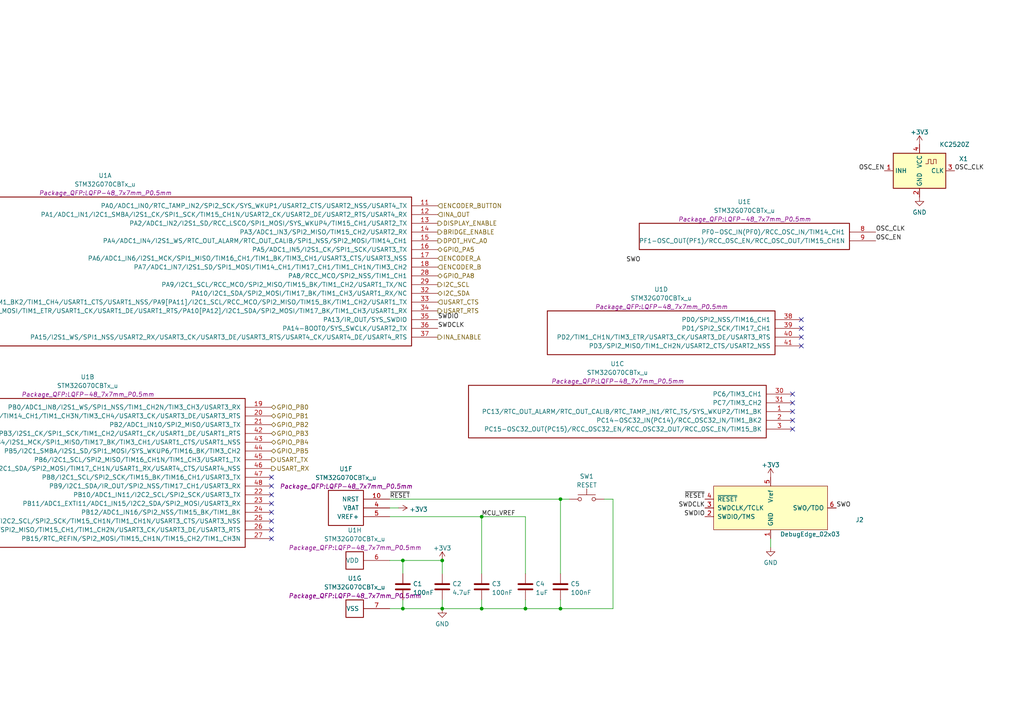
<source format=kicad_sch>
(kicad_sch (version 20211123) (generator eeschema)
  (paper "A4")
  (lib_symbols
    (symbol "Connector_DebugEdge:DebugEdge_02x03" (pin_names (offset 1.016))
      (property "Reference" "J" (at -10.16 7.62 0))
      (property "Value" "DebugEdge_02x03" (at 11.43 7.62 0))
      (symbol "DebugEdge_02x03_0_1"
        (rectangle (start -16.51 6.35) (end 16.51 -6.35) (fill (type background)))
      )
      (symbol "DebugEdge_02x03_1_1"
        (pin power_in line (at 0 8.89 270) (length 2.54) (name "GND") (number "1"))
        (pin bidirectional line (at -19.05 2.54 0) (length 2.54) (name "SWDIO/TMS") (number "2"))
        (pin bidirectional line (at -19.05 0 0) (length 2.54) (name "SWDCLK/TCLK") (number "3"))
        (pin bidirectional line (at -19.05 -2.54 0) (length 2.54) (name "~{RESET}") (number "4"))
        (pin power_in line (at 0 -8.89 90) (length 2.54) (name "Vref") (number "5"))
        (pin bidirectional line (at 19.05 0 180) (length 2.54) (name "SWO/TDO") (number "6"))
      )
    )
    (symbol "Device:C" (pin_numbers hide) (pin_names (offset 0.254))
      (property "Reference" "C" (at 0.635 2.54 0))
      (property "Value" "C" (at 0.635 -2.54 0))
      (symbol "C_0_1"
        (polyline (pts (xy -2.032 -0.762) (xy 2.032 -0.762)) (stroke (width 0.508)))
        (polyline (pts (xy -2.032 0.762) (xy 2.032 0.762)) (stroke (width 0.508)))
      )
      (symbol "C_1_1"
        (pin passive line (at 0 3.81 270) (length 2.794) (name "~") (number "1"))
        (pin passive line (at 0 -3.81 90) (length 2.794) (name "~") (number "2"))
      )
    )
    (symbol "Oscillator:KC2520Z"
      (property "Reference" "U" (at 2.54 12.7 0))
      (property "Value" "KC2520Z" (at 6.35 10.16 0))
      (symbol "KC2520Z_0_1"
        (rectangle (start -7.62 5.08) (end 7.62 -5.08) (stroke (width 0.254)) (fill (type background)))
      )
      (symbol "KC2520Z_1_1"
        (polyline (pts (xy 1.778 2.032) (xy 2.54 2.032) (xy 2.54 3.302) (xy 3.302 3.302) (xy 3.302 2.032) (xy 4.064 2.032) (xy 4.064 3.302) (xy 4.826 3.302) (xy 4.826 2.032)))
        (pin input line (at -10.16 0 0) (length 2.54) (name "INH") (number "1"))
        (pin power_in line (at 0 -7.62 90) (length 2.54) (name "GND") (number "2"))
        (pin output line (at 10.16 0 180) (length 2.54) (name "CLK") (number "3"))
        (pin power_in line (at 0 7.62 270) (length 2.54) (name "VCC") (number "4"))
      )
    )
    (symbol "Switch:SW_Push" (pin_numbers hide) (pin_names (offset 1.016) hide)
      (property "Reference" "SW" (at 1.27 2.54 0))
      (property "Value" "SW_Push" (at 0 -1.524 0))
      (symbol "SW_Push_0_1"
        (circle (center -2.032 0) (radius 0.508))
        (polyline (pts (xy 0 1.27) (xy 0 3.048)))
        (polyline (pts (xy 2.54 1.27) (xy -2.54 1.27)))
        (circle (center 2.032 0) (radius 0.508))
        (pin passive line (at -5.08 0 0) (length 2.54) (name "1") (number "1"))
        (pin passive line (at 5.08 0 180) (length 2.54) (name "2") (number "2"))
      )
    )
    (symbol "power:+3.3V" (power) (pin_names (offset 0))
      (property "Value" "+3.3V" (at 0 3.556 0))
      (symbol "+3.3V_0_1"
        (polyline (pts (xy -0.762 1.27) (xy 0 2.54)))
        (polyline (pts (xy 0 0) (xy 0 2.54)))
        (polyline (pts (xy 0 2.54) (xy 0.762 1.27)))
      )
      (symbol "+3.3V_1_1"
        (pin power_in line (at 0 0 90) (length 0) hide (name "+3V3") (number "1"))
      )
    )
    (symbol "power:GND" (power) (pin_names (offset 0))
      (property "Value" "GND" (at 0 -3.81 0))
      (symbol "GND_0_1"
        (polyline (pts (xy 0 0) (xy 0 -1.27) (xy 1.27 -1.27) (xy 0 -2.54) (xy -1.27 -1.27) (xy 0 -1.27)))
      )
      (symbol "GND_1_1"
        (pin power_in line (at 0 0 270) (length 0) hide (name "GND") (number "1"))
      )
    )
    (symbol "stm32:STM32G070CBTx_u" (pin_names (offset 1.27))
      (property "Reference" "U" (at 0 2.54 0))
      (property "Value" "STM32G070CBTx_u" (at 0 -2.54 0))
      (property "Footprint" "LQFP48" (at 0 -5.08 0))
      (symbol "STM32G070CBTx_u_1_1"
        (rectangle (start -88.9 22.86) (end 88.9 -20.32) (stroke (width 0.254)))
        (pin bidirectional line (at 96.52 20.32 180) (length 7.62) (name "PA0/ADC1_IN0/RTC_TAMP_IN2/SPI2_SCK/SYS_WKUP1/USART2_CTS/USART2_NSS/USART4_TX") (number "11"))
        (pin bidirectional line (at 96.52 17.78 180) (length 7.62) (name "PA1/ADC1_IN1/I2C1_SMBA/I2S1_CK/SPI1_SCK/TIM15_CH1N/USART2_CK/USART2_DE/USART2_RTS/USART4_RX") (number "12"))
        (pin bidirectional line (at 96.52 15.24 180) (length 7.62) (name "PA2/ADC1_IN2/I2S1_SD/RCC_LSCO/SPI1_MOSI/SYS_WKUP4/TIM15_CH1/USART2_TX") (number "13"))
        (pin bidirectional line (at 96.52 12.7 180) (length 7.62) (name "PA3/ADC1_IN3/SPI2_MISO/TIM15_CH2/USART2_RX") (number "14"))
        (pin bidirectional line (at 96.52 10.16 180) (length 7.62) (name "PA4/ADC1_IN4/I2S1_WS/RTC_OUT_ALARM/RTC_OUT_CALIB/SPI1_NSS/SPI2_MOSI/TIM14_CH1") (number "15"))
        (pin bidirectional line (at 96.52 7.62 180) (length 7.62) (name "PA5/ADC1_IN5/I2S1_CK/SPI1_SCK/USART3_TX") (number "16"))
        (pin bidirectional line (at 96.52 5.08 180) (length 7.62) (name "PA6/ADC1_IN6/I2S1_MCK/SPI1_MISO/TIM16_CH1/TIM1_BK/TIM3_CH1/USART3_CTS/USART3_NSS") (number "17"))
        (pin bidirectional line (at 96.52 2.54 180) (length 7.62) (name "PA7/ADC1_IN7/I2S1_SD/SPI1_MOSI/TIM14_CH1/TIM17_CH1/TIM1_CH1N/TIM3_CH2") (number "18"))
        (pin bidirectional line (at 96.52 0 180) (length 7.62) (name "PA8/RCC_MCO/SPI2_NSS/TIM1_CH1") (number "28"))
        (pin bidirectional line (at 96.52 -2.54 180) (length 7.62) (name "PA9/I2C1_SCL/RCC_MCO/SPI2_MISO/TIM15_BK/TIM1_CH2/USART1_TX/NC") (number "29"))
        (pin bidirectional line (at 96.52 -5.08 180) (length 7.62) (name "PA10/I2C1_SDA/SPI2_MOSI/TIM17_BK/TIM1_CH3/USART1_RX/NC") (number "32"))
        (pin bidirectional line (at 96.52 -7.62 180) (length 7.62) (name "PA11[PA9]/ADC1_EXTI11/I2C2_SCL/I2S1_MCK/SPI1_MISO/TIM1_BK2/TIM1_CH4/USART1_CTS/USART1_NSS/PA9[PA11]/I2C1_SCL/RCC_MCO/SPI2_MISO/TIM15_BK/TIM1_CH2/USART1_TX") (number "33"))
        (pin bidirectional line (at 96.52 -10.16 180) (length 7.62) (name "PA12[PA10]/I2C2_SDA/I2S1_SD/I2S_CKIN/SPI1_MOSI/TIM1_ETR/USART1_CK/USART1_DE/USART1_RTS/PA10[PA12]/I2C1_SDA/SPI2_MOSI/TIM17_BK/TIM1_CH3/USART1_RX") (number "34"))
        (pin bidirectional line (at 96.52 -12.7 180) (length 7.62) (name "PA13/IR_OUT/SYS_SWDIO") (number "35"))
        (pin bidirectional line (at 96.52 -15.24 180) (length 7.62) (name "PA14-BOOT0/SYS_SWCLK/USART2_TX") (number "36"))
        (pin bidirectional line (at 96.52 -17.78 180) (length 7.62) (name "PA15/I2S1_WS/SPI1_NSS/USART2_RX/USART3_CK/USART3_DE/USART3_RTS/USART4_CK/USART4_DE/USART4_RTS") (number "37"))
      )
      (symbol "STM32G070CBTx_u_2_1"
        (rectangle (start -45.72 22.86) (end 45.72 -20.32) (stroke (width 0.254)))
        (pin bidirectional line (at 53.34 20.32 180) (length 7.62) (name "PB0/ADC1_IN8/I2S1_WS/SPI1_NSS/TIM1_CH2N/TIM3_CH3/USART3_RX") (number "19"))
        (pin bidirectional line (at 53.34 17.78 180) (length 7.62) (name "PB1/ADC1_IN9/TIM14_CH1/TIM1_CH3N/TIM3_CH4/USART3_CK/USART3_DE/USART3_RTS") (number "20"))
        (pin bidirectional line (at 53.34 15.24 180) (length 7.62) (name "PB2/ADC1_IN10/SPI2_MISO/USART3_TX") (number "21"))
        (pin bidirectional line (at 53.34 -5.08 180) (length 7.62) (name "PB10/ADC1_IN11/I2C2_SCL/SPI2_SCK/USART3_TX") (number "22"))
        (pin bidirectional line (at 53.34 -7.62 180) (length 7.62) (name "PB11/ADC1_EXTI11/ADC1_IN15/I2C2_SDA/SPI2_MOSI/USART3_RX") (number "23"))
        (pin bidirectional line (at 53.34 -10.16 180) (length 7.62) (name "PB12/ADC1_IN16/SPI2_NSS/TIM15_BK/TIM1_BK") (number "24"))
        (pin bidirectional line (at 53.34 -12.7 180) (length 7.62) (name "PB13/I2C2_SCL/SPI2_SCK/TIM15_CH1N/TIM1_CH1N/USART3_CTS/USART3_NSS") (number "25"))
        (pin bidirectional line (at 53.34 -15.24 180) (length 7.62) (name "PB14/I2C2_SDA/SPI2_MISO/TIM15_CH1/TIM1_CH2N/USART3_CK/USART3_DE/USART3_RTS") (number "26"))
        (pin bidirectional line (at 53.34 -17.78 180) (length 7.62) (name "PB15/RTC_REFIN/SPI2_MOSI/TIM15_CH1N/TIM15_CH2/TIM1_CH3N") (number "27"))
        (pin bidirectional line (at 53.34 12.7 180) (length 7.62) (name "PB3/I2S1_CK/SPI1_SCK/TIM1_CH2/USART1_CK/USART1_DE/USART1_RTS") (number "42"))
        (pin bidirectional line (at 53.34 10.16 180) (length 7.62) (name "PB4/I2S1_MCK/SPI1_MISO/TIM17_BK/TIM3_CH1/USART1_CTS/USART1_NSS") (number "43"))
        (pin bidirectional line (at 53.34 7.62 180) (length 7.62) (name "PB5/I2C1_SMBA/I2S1_SD/SPI1_MOSI/SYS_WKUP6/TIM16_BK/TIM3_CH2") (number "44"))
        (pin bidirectional line (at 53.34 5.08 180) (length 7.62) (name "PB6/I2C1_SCL/SPI2_MISO/TIM16_CH1N/TIM1_CH3/USART1_TX") (number "45"))
        (pin bidirectional line (at 53.34 2.54 180) (length 7.62) (name "PB7/I2C1_SDA/SPI2_MOSI/TIM17_CH1N/USART1_RX/USART4_CTS/USART4_NSS") (number "46"))
        (pin bidirectional line (at 53.34 0 180) (length 7.62) (name "PB8/I2C1_SCL/SPI2_SCK/TIM15_BK/TIM16_CH1/USART3_TX") (number "47"))
        (pin bidirectional line (at 53.34 -2.54 180) (length 7.62) (name "PB9/I2C1_SDA/IR_OUT/SPI2_NSS/TIM17_CH1/USART3_RX") (number "48"))
      )
      (symbol "STM32G070CBTx_u_3_1"
        (rectangle (start -43.18 7.62) (end 43.18 -7.62) (stroke (width 0.254)))
        (pin bidirectional line (at 50.8 0 180) (length 7.62) (name "PC13/RTC_OUT_ALARM/RTC_OUT_CALIB/RTC_TAMP_IN1/RTC_TS/SYS_WKUP2/TIM1_BK") (number "1"))
        (pin bidirectional line (at 50.8 -2.54 180) (length 7.62) (name "PC14-OSC32_IN(PC14)/RCC_OSC32_IN/TIM1_BK2") (number "2"))
        (pin bidirectional line (at 50.8 -5.08 180) (length 7.62) (name "PC15-OSC32_OUT(PC15)/RCC_OSC32_EN/RCC_OSC32_OUT/RCC_OSC_EN/TIM15_BK") (number "3"))
        (pin bidirectional line (at 50.8 5.08 180) (length 7.62) (name "PC6/TIM3_CH1") (number "30"))
        (pin bidirectional line (at 50.8 2.54 180) (length 7.62) (name "PC7/TIM3_CH2") (number "31"))
      )
      (symbol "STM32G070CBTx_u_4_1"
        (rectangle (start -33.02 7.62) (end 33.02 -5.08) (stroke (width 0.254)))
        (pin bidirectional line (at 40.64 5.08 180) (length 7.62) (name "PD0/SPI2_NSS/TIM16_CH1") (number "38"))
        (pin bidirectional line (at 40.64 2.54 180) (length 7.62) (name "PD1/SPI2_SCK/TIM17_CH1") (number "39"))
        (pin bidirectional line (at 40.64 0 180) (length 7.62) (name "PD2/TIM1_CH1N/TIM3_ETR/USART3_CK/USART3_DE/USART3_RTS") (number "40"))
        (pin bidirectional line (at 40.64 -2.54 180) (length 7.62) (name "PD3/SPI2_MISO/TIM1_CH2N/USART2_CTS/USART2_NSS") (number "41"))
      )
      (symbol "STM32G070CBTx_u_5_1"
        (rectangle (start -30.48 5.08) (end 30.48 -2.54) (stroke (width 0.254)))
        (pin bidirectional line (at 38.1 2.54 180) (length 7.62) (name "PF0-OSC_IN(PF0)/RCC_OSC_IN/TIM14_CH1") (number "8"))
        (pin bidirectional line (at 38.1 0 180) (length 7.62) (name "PF1-OSC_OUT(PF1)/RCC_OSC_EN/RCC_OSC_OUT/TIM15_CH1N") (number "9"))
      )
      (symbol "STM32G070CBTx_u_6_1"
        (rectangle (start -5.08 5.08) (end 5.08 -5.08) (stroke (width 0.254)))
        (pin input line (at 12.7 2.54 180) (length 7.62) (name "NRST") (number "10"))
        (pin power_in line (at 12.7 0 180) (length 7.62) (name "VBAT") (number "4"))
        (pin bidirectional line (at 12.7 -2.54 180) (length 7.62) (name "VREF+") (number "5"))
      )
      (symbol "STM32G070CBTx_u_7_1"
        (rectangle (start -2.54 2.54) (end 2.54 -2.54) (stroke (width 0.254)))
        (pin power_in line (at 10.16 0 180) (length 7.62) (name "VSS") (number "7"))
      )
      (symbol "STM32G070CBTx_u_8_1"
        (rectangle (start -2.54 2.54) (end 2.54 -2.54) (stroke (width 0.254)))
        (pin power_in line (at 10.16 0 180) (length 7.62) (name "VDD") (number "6"))
      )
    )
  )
  (junction (at 139.7 176.53))
  (junction (at 152.4 176.53))
  (junction (at 128.27 176.53))
  (junction (at 162.56 144.78))
  (junction (at 162.56 176.53))
  (junction (at 116.84 162.56))
  (junction (at 128.27 162.56))
  (junction (at 116.84 176.53))
  (junction (at 139.7 149.86))
  (no_connect (at 78.74 153.67))
  (no_connect (at 78.74 156.21))
  (no_connect (at 78.74 148.59))
  (no_connect (at 78.74 151.13))
  (no_connect (at 78.74 138.43))
  (no_connect (at 78.74 140.97))
  (no_connect (at 78.74 143.51))
  (no_connect (at 78.74 146.05))
  (no_connect (at 232.41 92.71))
  (no_connect (at 232.41 100.33))
  (no_connect (at 232.41 97.79))
  (no_connect (at 232.41 95.25))
  (no_connect (at 229.87 114.3))
  (no_connect (at 229.87 116.84))
  (no_connect (at 229.87 124.46))
  (no_connect (at 229.87 119.38))
  (no_connect (at 229.87 121.92))
  (wire (pts (xy 113.03 162.56) (xy 116.84 162.56)))
  (wire (pts (xy 139.7 176.53) (xy 152.4 176.53)))
  (wire (pts (xy 128.27 176.53) (xy 139.7 176.53)))
  (wire (pts (xy 223.52 156.21) (xy 223.52 158.75)))
  (wire (pts (xy 152.4 149.86) (xy 139.7 149.86)))
  (wire (pts (xy 162.56 144.78) (xy 113.03 144.78)))
  (wire (pts (xy 113.03 147.32) (xy 115.57 147.32)))
  (wire (pts (xy 113.03 176.53) (xy 116.84 176.53)))
  (wire (pts (xy 116.84 173.99) (xy 116.84 176.53)))
  (wire (pts (xy 177.8 144.78) (xy 177.8 176.53)))
  (wire (pts (xy 116.84 176.53) (xy 128.27 176.53)))
  (wire (pts (xy 177.8 176.53) (xy 162.56 176.53)))
  (wire (pts (xy 165.1 144.78) (xy 162.56 144.78)))
  (wire (pts (xy 177.8 144.78) (xy 175.26 144.78)))
  (wire (pts (xy 128.27 173.99) (xy 128.27 176.53)))
  (wire (pts (xy 116.84 162.56) (xy 128.27 162.56)))
  (wire (pts (xy 139.7 173.99) (xy 139.7 176.53)))
  (wire (pts (xy 162.56 176.53) (xy 152.4 176.53)))
  (wire (pts (xy 162.56 173.99) (xy 162.56 176.53)))
  (wire (pts (xy 128.27 162.56) (xy 128.27 166.37)))
  (wire (pts (xy 116.84 162.56) (xy 116.84 166.37)))
  (wire (pts (xy 139.7 166.37) (xy 139.7 149.86)))
  (wire (pts (xy 152.4 176.53) (xy 152.4 173.99)))
  (wire (pts (xy 162.56 166.37) (xy 162.56 144.78)))
  (wire (pts (xy 152.4 166.37) (xy 152.4 149.86)))
  (wire (pts (xy 139.7 149.86) (xy 113.03 149.86)))
  (label "SWDIO" (at 204.47 149.86 180))
  (label "SWDIO" (at 127 92.71 0))
  (label "OSC_CLK" (at 276.86 49.53 0))
  (label "OSC_EN" (at 256.54 49.53 180))
  (label "SWDCLK" (at 127 95.25 0))
  (label "OSC_EN" (at 254 69.85 0))
  (label "OSC_CLK" (at 254 67.31 0))
  (label "MCU_VREF" (at 139.7 149.86 0))
  (label "SWDCLK" (at 204.47 147.32 180))
  (label "SWO" (at 242.57 147.32 0))
  (label "~{RESET}" (at 204.47 144.78 180))
  (label "~{RESET}" (at 113.03 144.78 0))
  (label "SWO" (at 181.61 76.2 0))
  (hierarchical_label "USART_RX" (shape output) (at 78.74 135.89 0))
  (hierarchical_label "USART_RTS" (shape output) (at 127 90.17 0))
  (hierarchical_label "INA_OUT" (shape input) (at 127 62.23 0))
  (hierarchical_label "GPIO_PB3" (shape bidirectional) (at 78.74 125.73 0))
  (hierarchical_label "ENCODER_B" (shape input) (at 127 77.47 0))
  (hierarchical_label "ENCODER_A" (shape input) (at 127 74.93 0))
  (hierarchical_label "DISPLAY_ENABLE" (shape output) (at 127 64.77 0))
  (hierarchical_label "USART_CTS" (shape input) (at 127 87.63 0))
  (hierarchical_label "BRIDGE_ENABLE" (shape output) (at 127 67.31 0))
  (hierarchical_label "GPIO_PB0" (shape bidirectional) (at 78.74 118.11 0))
  (hierarchical_label "GPIO_PB5" (shape bidirectional) (at 78.74 130.81 0))
  (hierarchical_label "USART_TX" (shape output) (at 78.74 133.35 0))
  (hierarchical_label "ENCODER_BUTTON" (shape input) (at 127 59.69 0))
  (hierarchical_label "I2C_SDA" (shape bidirectional) (at 127 85.09 0))
  (hierarchical_label "GPIO_PB1" (shape bidirectional) (at 78.74 120.65 0))
  (hierarchical_label "GPIO_PA5" (shape bidirectional) (at 127 72.39 0))
  (hierarchical_label "GPIO_PB4" (shape bidirectional) (at 78.74 128.27 0))
  (hierarchical_label "GPIO_PA8" (shape bidirectional) (at 127 80.01 0))
  (hierarchical_label "I2C_SCL" (shape output) (at 127 82.55 0))
  (hierarchical_label "DPOT_HVC_A0" (shape output) (at 127 69.85 0))
  (hierarchical_label "INA_ENABLE" (shape output) (at 127 97.79 0))
  (hierarchical_label "GPIO_PB2" (shape bidirectional) (at 78.74 123.19 0))
  (symbol (lib_id "stm32:STM32G070CBTx_u") (at 191.77 97.79 0) (unit 4)
    (property "Reference" "U1" (at 191.77 83.9334 0))
    (property "Value" "STM32G070CBTx_u" (at 191.77 86.4703 0))
    (property "Footprint" "Package_QFP:LQFP-48_7x7mm_P0.5mm" (at 191.77 89.0072 0) (effects (font italic)))
  )
  (symbol (lib_id "power:+3.3V") (at 223.52 138.43 0) (unit 1)
    (property "Reference" "#PWR0107" (effects hide))
    (property "Value" "+3.3V" (at 223.52 134.8542 0))
  )
  (symbol (lib_id "stm32:STM32G070CBTx_u") (at 102.87 162.56 0) (unit 8)
    (property "Reference" "U1" (at 102.87 153.7834 0))
    (property "Value" "STM32G070CBTx_u" (at 102.87 156.3203 0))
    (property "Footprint" "Package_QFP:LQFP-48_7x7mm_P0.5mm" (at 102.87 158.8572 0) (effects (font italic)))
  )
  (symbol (lib_id "Connector_DebugEdge:DebugEdge_02x03") (at 223.52 147.32 0) (mirror x) (unit 1)
    (property "Reference" "J2" (at 249.332 150.7784 0))
    (property "Value" "DebugEdge_02x03" (at 234.95 154.94 0))
    (property "Footprint" "custom:DebugEdge_2x03_Target" (effects hide))
  )
  (symbol (lib_id "Device:C") (at 128.27 170.18 0) (unit 1)
    (property "Reference" "C2" (at 131.191 169.3453 0) (effects (justify left)))
    (property "Value" "4.7uF" (at 131.191 171.8822 0) (effects (justify left)))
    (property "Footprint" "Capacitor_SMD:C_0603_1608Metric_Pad1.08x0.95mm_HandSolder" (effects hide))
  )
  (symbol (lib_id "stm32:STM32G070CBTx_u") (at 179.07 119.38 0) (unit 3)
    (property "Reference" "U1" (at 179.07 105.5234 0))
    (property "Value" "STM32G070CBTx_u" (at 179.07 108.0603 0))
    (property "Footprint" "Package_QFP:LQFP-48_7x7mm_P0.5mm" (at 179.07 110.5972 0) (effects (font italic)))
  )
  (symbol (lib_id "Device:C") (at 152.4 170.18 0) (unit 1)
    (property "Reference" "C4" (at 155.321 169.3453 0) (effects (justify left)))
    (property "Value" "1uF" (at 155.321 171.8822 0) (effects (justify left)))
    (property "Footprint" "Capacitor_SMD:C_0603_1608Metric_Pad1.08x0.95mm_HandSolder" (effects hide))
  )
  (symbol (lib_id "power:GND") (at 128.27 176.53 0) (unit 1)
    (property "Reference" "#PWR0106" (effects hide))
    (property "Value" "GND" (at 128.27 180.9734 0))
  )
  (symbol (lib_id "Device:C") (at 139.7 170.18 0) (unit 1)
    (property "Reference" "C3" (at 142.621 169.3453 0) (effects (justify left)))
    (property "Value" "100nF" (at 142.621 171.8822 0) (effects (justify left)))
    (property "Footprint" "Capacitor_SMD:C_0603_1608Metric_Pad1.08x0.95mm_HandSolder" (effects hide))
  )
  (symbol (lib_id "Switch:SW_Push") (at 170.18 144.78 0) (unit 1)
    (property "Reference" "SW1" (at 170.18 138.1592 0))
    (property "Value" "RESET" (at 170.18 140.6961 0))
    (property "Footprint" "Button_Switch_SMD:SW_Push_1P1T_NO_CK_KMR2" (effects hide))
  )
  (symbol (lib_id "power:+3.3V") (at 266.7 41.91 0) (unit 1)
    (property "Reference" "#PWR0110" (effects hide))
    (property "Value" "+3.3V" (at 266.7 38.3342 0))
  )
  (symbol (lib_id "Device:C") (at 162.56 170.18 0) (unit 1)
    (property "Reference" "C5" (at 165.481 169.3453 0) (effects (justify left)))
    (property "Value" "100nF" (at 165.481 171.8822 0) (effects (justify left)))
    (property "Footprint" "Capacitor_SMD:C_0603_1608Metric_Pad1.08x0.95mm_HandSolder" (effects hide))
  )
  (symbol (lib_id "stm32:STM32G070CBTx_u") (at 215.9 69.85 0) (unit 5)
    (property "Reference" "U1" (at 215.9 58.5334 0))
    (property "Value" "STM32G070CBTx_u" (at 215.9 61.0703 0))
    (property "Footprint" "Package_QFP:LQFP-48_7x7mm_P0.5mm" (at 215.9 63.6072 0) (effects (font italic)))
  )
  (symbol (lib_id "Oscillator:KC2520Z") (at 266.7 49.53 0) (unit 1)
    (property "Reference" "X1" (at 279.4552 46.0716 0))
    (property "Value" "KC2520Z" (at 276.86 41.91 0))
    (property "Footprint" "Oscillator:Oscillator_SMD_Kyocera_KC2520Z-4Pin_2.5x2.0mm" (effects hide))
    (property "Datasheet" "https://global.kyocera.com/prdct/electro/product/pdf/clock_z_xz_e.pdf" (effects hide))
    (property "MPN" "KC2520Z48.0000C1KX00" (effects hide))
  )
  (symbol (lib_id "power:+3.3V") (at 115.57 147.32 270) (unit 1)
    (property "Reference" "#PWR0105" (effects hide))
    (property "Value" "+3.3V" (at 118.745 147.7538 90) (effects (justify left)))
  )
  (symbol (lib_id "stm32:STM32G070CBTx_u") (at 30.48 80.01 0) (unit 1)
    (property "Reference" "U1" (at 30.48 50.9134 0))
    (property "Value" "STM32G070CBTx_u" (at 30.48 53.4503 0))
    (property "Footprint" "Package_QFP:LQFP-48_7x7mm_P0.5mm" (at 30.48 55.9872 0) (effects (font italic)))
    (property "MPN" "STM32G070CBT6" (effects hide))
  )
  (symbol (lib_id "stm32:STM32G070CBTx_u") (at 102.87 176.53 0) (unit 7)
    (property "Reference" "U1" (at 102.87 167.7534 0))
    (property "Value" "STM32G070CBTx_u" (at 102.87 170.2903 0))
    (property "Footprint" "Package_QFP:LQFP-48_7x7mm_P0.5mm" (at 102.87 172.8272 0) (effects (font italic)))
  )
  (symbol (lib_id "power:GND") (at 266.7 57.15 0) (unit 1)
    (property "Reference" "#PWR0111" (effects hide))
    (property "Value" "GND" (at 266.7 61.5934 0))
  )
  (symbol (lib_id "Device:C") (at 116.84 170.18 0) (unit 1)
    (property "Reference" "C1" (at 119.761 169.3453 0) (effects (justify left)))
    (property "Value" "100nF" (at 119.761 171.8822 0) (effects (justify left)))
    (property "Footprint" "Capacitor_SMD:C_0603_1608Metric_Pad1.08x0.95mm_HandSolder" (effects hide))
  )
  (symbol (lib_id "stm32:STM32G070CBTx_u") (at 25.4 138.43 0) (unit 2)
    (property "Reference" "U1" (at 25.4 109.3334 0))
    (property "Value" "STM32G070CBTx_u" (at 25.4 111.8703 0))
    (property "Footprint" "Package_QFP:LQFP-48_7x7mm_P0.5mm" (at 25.4 114.4072 0) (effects (font italic)))
  )
  (symbol (lib_id "stm32:STM32G070CBTx_u") (at 100.33 147.32 0) (unit 6)
    (property "Reference" "U1" (at 100.33 136.0034 0))
    (property "Value" "STM32G070CBTx_u" (at 100.33 138.5403 0))
    (property "Footprint" "Package_QFP:LQFP-48_7x7mm_P0.5mm" (at 100.33 141.0772 0) (effects (font italic)))
  )
  (symbol (lib_id "power:+3.3V") (at 128.27 162.56 0) (unit 1)
    (property "Reference" "#PWR0104" (effects hide))
    (property "Value" "+3.3V" (at 128.27 158.9842 0))
  )
  (symbol (lib_id "power:GND") (at 223.52 158.75 0) (unit 1)
    (property "Reference" "#PWR0108" (effects hide))
    (property "Value" "GND" (at 223.52 163.1934 0))
  )
)
</source>
